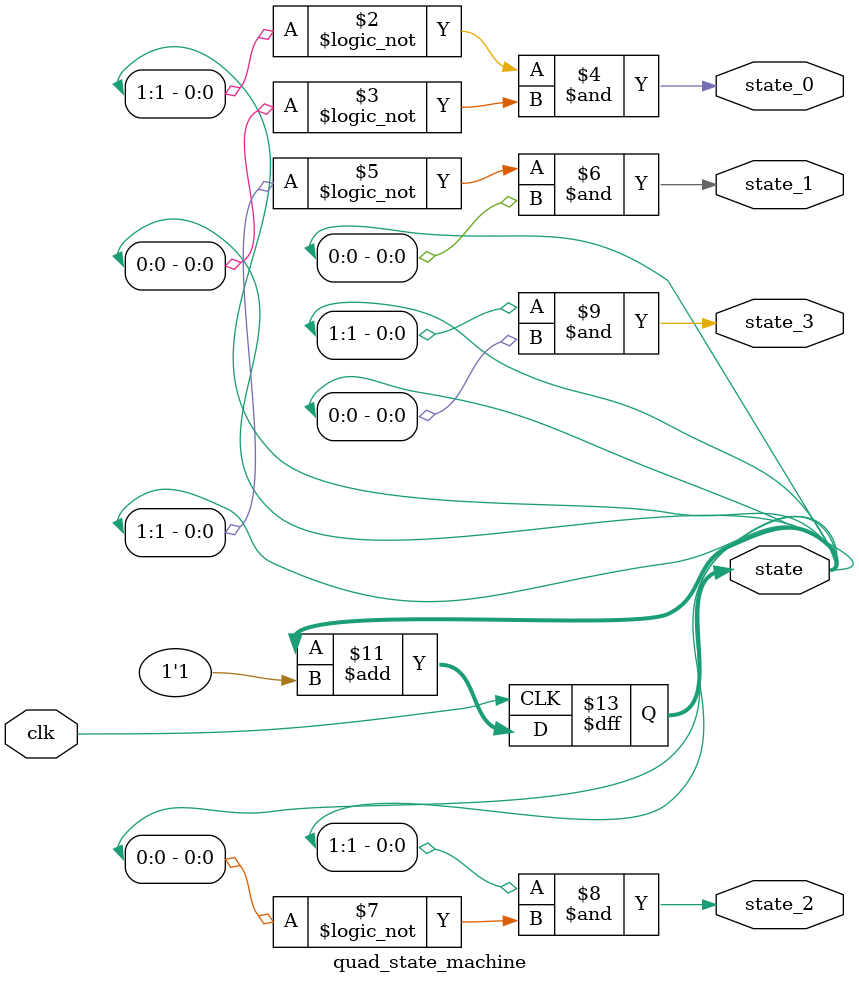
<source format=v>

module slow_clock_pulse
	(	clk,
		debounce_pulse, //single bit output
		fast_pulse, //single bit output
		slow_pulse //single bit output
		);

  input clk;
  output reg debounce_pulse, fast_pulse, slow_pulse;

	reg [22:0] count = 22'b0;

	always@(*)begin
		debounce_pulse <= count[7];
		fast_pulse <= count[19];
		slow_pulse <= count[22];
	end

	always@(posedge clk)
	begin
		count <= count + 1'b1;
	end
 endmodule

//cycles through 4 states, starting with state_0
//state_x line is high when in that state
 module quad_state_machine
	(	clk,
		state, //2 bit vector
 		state_0, //single wire decoded output
		state_1,
		state_2,
		state_3
		);

	input clk;
	output reg state_0, state_1, state_2, state_3;
	output reg [1:0] state = 2'b00;

	always@(*)
		begin
			state_0 <= !state[1]&!state[0];
			state_1 <= !state[1]&state[0];
			state_2 <= state[1]&!state[0];
			state_3 <= state[1]&state[0];
		end

 	always@(posedge clk) //state changes on button press
 		begin
 			state <= state + 1'b1;
 		end
endmodule

</source>
